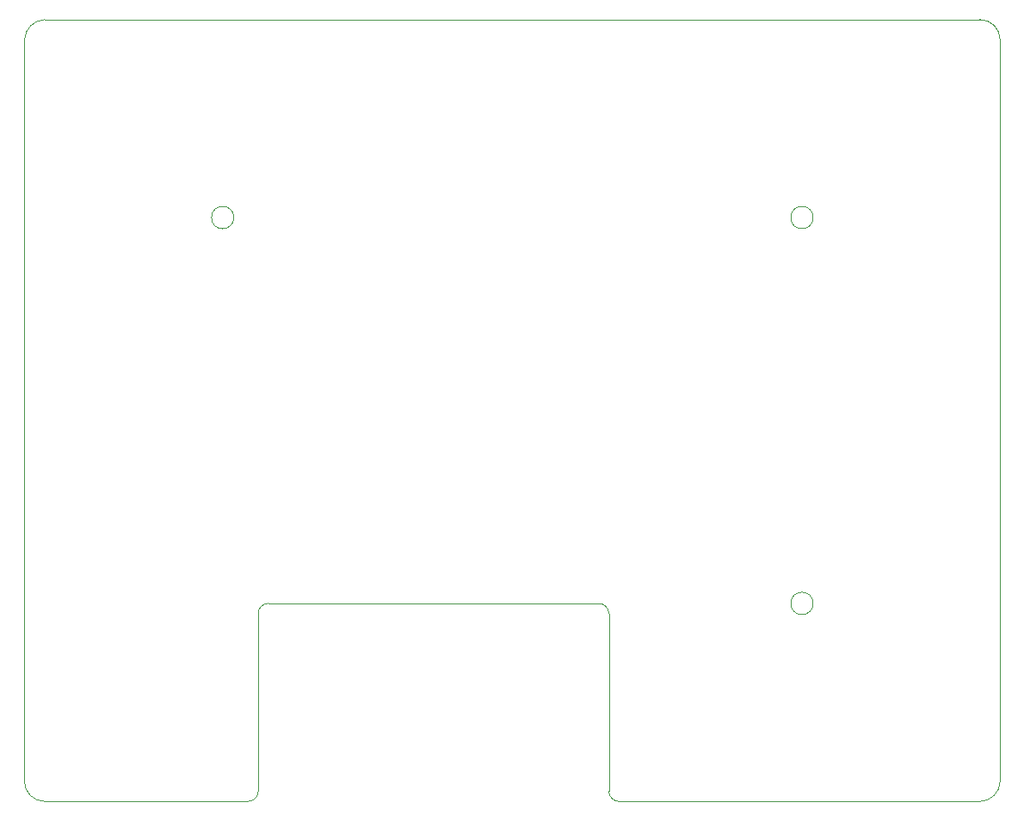
<source format=gm1>
G04 #@! TF.GenerationSoftware,KiCad,Pcbnew,7.0.5*
G04 #@! TF.CreationDate,2023-09-30T13:53:55+09:00*
G04 #@! TF.ProjectId,thorium_pcbl,74686f72-6975-46d5-9f70-63626c2e6b69,rev?*
G04 #@! TF.SameCoordinates,Original*
G04 #@! TF.FileFunction,Profile,NP*
%FSLAX46Y46*%
G04 Gerber Fmt 4.6, Leading zero omitted, Abs format (unit mm)*
G04 Created by KiCad (PCBNEW 7.0.5) date 2023-09-30 13:53:55*
%MOMM*%
%LPD*%
G01*
G04 APERTURE LIST*
G04 #@! TA.AperFunction,Profile*
%ADD10C,0.010000*%
G04 #@! TD*
G04 APERTURE END LIST*
D10*
X52500000Y-107500000D02*
X32500000Y-107500000D01*
X124500000Y-30500000D02*
X32500000Y-30500000D01*
X124500000Y-107500000D02*
G75*
G03*
X126500000Y-105500000I800J1999200D01*
G01*
X88000000Y-89000000D02*
G75*
G03*
X87000000Y-88000000I-1000000J0D01*
G01*
X88000000Y-106500000D02*
X88000000Y-89000000D01*
X126500000Y-32500000D02*
X126500000Y-105500000D01*
X30500000Y-32500000D02*
X30500000Y-105500000D01*
X30500001Y-105500000D02*
G75*
G03*
X32500000Y-107499999I1986799J-13200D01*
G01*
X87000000Y-88000000D02*
X54500000Y-88000000D01*
X88000000Y-106500000D02*
G75*
G03*
X89000000Y-107500000I1000000J0D01*
G01*
X124500000Y-107500000D02*
X89000000Y-107500000D01*
X53500000Y-106500000D02*
X53500000Y-89000000D01*
X54500000Y-88000000D02*
G75*
G03*
X53500000Y-89000000I0J-1000000D01*
G01*
X126500000Y-32500000D02*
G75*
G03*
X124500000Y-30500000I-1999200J800D01*
G01*
X52500000Y-107500000D02*
G75*
G03*
X53500000Y-106500000I0J1000000D01*
G01*
X32500000Y-30500000D02*
G75*
G03*
X30500000Y-32500000I84260J-2084260D01*
G01*
X51100000Y-50000000D02*
G75*
G03*
X51100000Y-50000000I-1100000J0D01*
G01*
X108100000Y-88000000D02*
G75*
G03*
X108100000Y-88000000I-1100000J0D01*
G01*
X108100000Y-50000000D02*
G75*
G03*
X108100000Y-50000000I-1100000J0D01*
G01*
M02*

</source>
